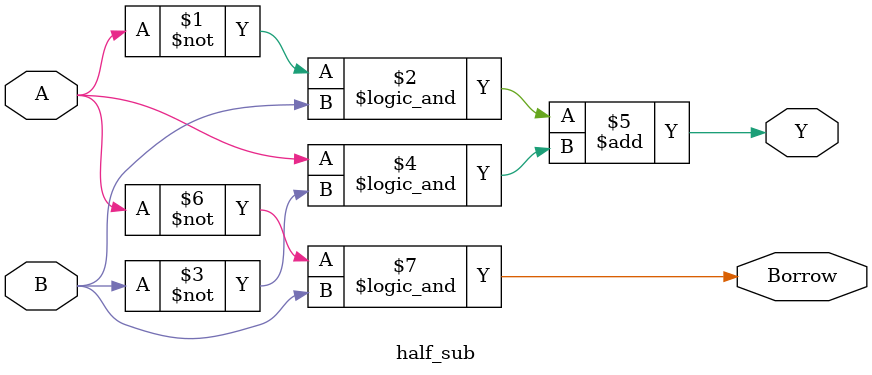
<source format=v>
module half_sub(
input A, B,
output Y, Borrow

);

assign Y = (~A && B) + (A && ~B);
assign Borrow = (~A && B);

endmodule
</source>
